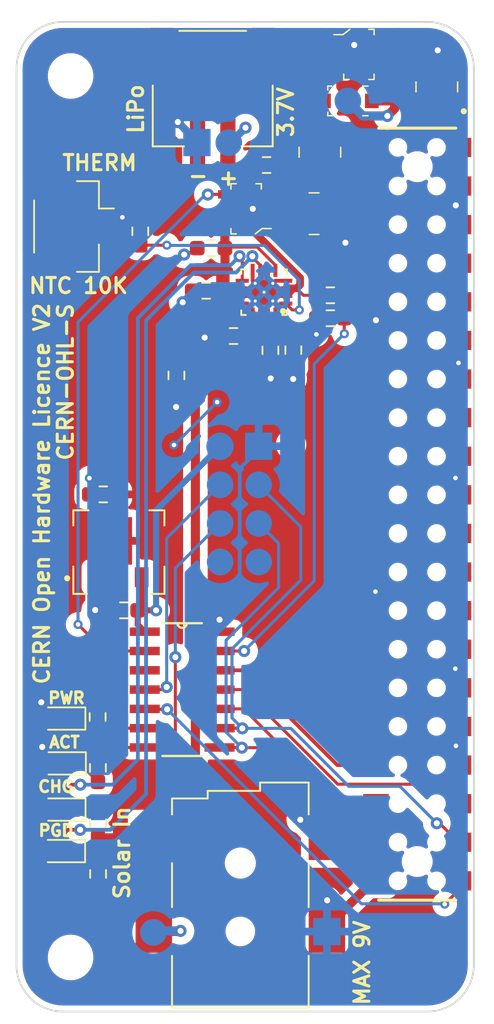
<source format=kicad_pcb>
(kicad_pcb (version 20221018) (generator pcbnew)
  (layers (0 "F.Cu" signal) (31 "B.Cu" signal) (34 "B.Paste" user) (35 "F.Paste" user) (36 "B.SilkS" user "B.Silkscreen") (37 "F.SilkS" user "F.Silkscreen") (38 "B.Mask" user) (39 "F.Mask" user) (44 "Edge.Cuts" user))
  (net 0 "")
  (net 1 "5v2RPi")
  (net 2 "GND")
  (net 3 "VccSolar")
  (net 4 "VccBattery")
  (net 5 "VccBQ")
  (net 6 "3v_to_ATtiny")
  (footprint "Resistor_SMD:R_0603_1608Metric_Pad0.98x0.95mm_HandSolder" (layer "F.Cu") (at 171.25 83.84)
    (fp_text reference "R1" hide)
    (fp_text value "10k" hide)
  )
  (footprint "" (layer "F.Cu") (at 170.73 109.96)
    (fp_text reference "" hide)
    (fp_text value "" hide)
  )
  (footprint "Fiducial:Fiducial_1mm_Mask2mm" (layer "F.Cu") (at 161.96 76.11)
    (fp_text reference "FID1" hide)
    (fp_text value "Fiducial_1mm_Mask2mm" hide)
  )
  (footprint "digikey-footprints:ATtiny84-SSFR" (layer "F.Cu") (at 165.6862 118.355)
    (fp_text reference "U1" hide)
    (fp_text value "ATtiny84-SSFR" hide)
  )
  (footprint "LED_SMD:LED_0603_1608Metric_Pad1.05x0.95mm_HandSolder" (layer "F.Cu") (at 157.635 128.98 180)
    (fp_text reference "D1" hide)
    (fp_text value "" hide)
  )
  (footprint "Fiducial:Fiducial_1mm_Mask2mm" (layer "F.Cu") (at 182.66 137.31)
    (fp_text reference "FID4" hide)
    (fp_text value "Fiducial_1mm_Mask2mm" hide)
  )
  (footprint "Resistor_SMD:R_0603_1608Metric_Pad0.98x0.95mm_HandSolder" (layer "F.Cu") (at 167.27 92.11)
    (fp_text reference "C1" hide)
    (fp_text value "10uf" hide)
  )
  (footprint "Resistor_SMD:R_0603_1608Metric_Pad0.98x0.95mm_HandSolder" (layer "F.Cu") (at 173.01 96.02 -90)
    (fp_text reference "R4" hide)
    (fp_text value "1.23k" hide)
  )
  (footprint "Resistor_SMD:R_0603_1608Metric_Pad0.98x0.95mm_HandSolder" (layer "F.Cu") (at 175.45 92.41)
    (fp_text reference "R1" hide)
    (fp_text value "10k" hide)
  )
  (footprint "digikey-kicad-library:AP2126-WG" (layer "F.Cu") (at 169.9 86.72 90)
    (fp_text reference "U4" hide)
    (fp_text value "AP2161-WG" hide)
  )
  (footprint "digikey-footprints:SMT_Solar_barrel" (layer "F.Cu") (at 163.82 128.17 90)
    (fp_text reference "J3" hide)
    (fp_text value "SMT_Solar_barrel" hide)
  )
  (footprint "Fiducial:Fiducial_1mm_Mask2mm" (layer "F.Cu") (at 156.48 82.99)
    (fp_text reference "FID3" hide)
    (fp_text value "Fiducial_1mm_Mask2mm" hide)
  )
  (footprint "Resistor_SMD:R_0603_1608Metric_Pad0.98x0.95mm_HandSolder" (layer "F.Cu") (at 175.45 93.92)
    (fp_text reference "R1" hide)
    (fp_text value "10k" hide)
  )
  (footprint "digikey-footprints:RPi_SMD" (layer "F.Cu") (at 169.135 106.33)
    (fp_text reference "REF**" hide)
    (fp_text value "RPi_SMD" hide)
    (fp_line (start -14.355 -28.85) (end -14.355 26.46) (stroke (width 0.12)) (layer "Edge.Cuts"))
    (fp_line (start -14.355 26.46) (end -14.355 30.15) (stroke (width 0.12)) (layer "Edge.Cuts"))
    (fp_line (start -7.855 -31.91) (end -11.295 -31.91) (stroke (width 0.12)) (layer "Edge.Cuts"))
    (fp_line (start 12.705 -31.91) (end -7.855 -31.91) (stroke (width 0.12)) (layer "Edge.Cuts"))
    (fp_line (start 12.705 33.21) (end -11.295 33.21) (stroke (width 0.12)) (layer "Edge.Cuts"))
    (fp_line (start 15.765 -28.85) (end 15.765 30.15) (stroke (width 0.12)) (layer "Edge.Cuts"))
    (fp_arc (start -14.355 -28.85) (mid -13.458747 -31.013747) (end -11.295 -31.91) (stroke (width 0.12)) (layer "Edge.Cuts"))
    (fp_arc (start -11.295 33.21) (mid -13.458747 32.313747) (end -14.355 30.15) (stroke (width 0.12)) (layer "Edge.Cuts"))
    (fp_arc (start 12.705 -31.91) (mid 14.868747 -31.013747) (end 15.765 -28.85) (stroke (width 0.12)) (layer "Edge.Cuts"))
    (fp_arc (start 15.765 30.15) (mid 14.868747 32.313747) (end 12.705 33.21) (stroke (width 0.12)) (layer "Edge.Cuts"))
  )
  (footprint "LOGO" (layer "F.Cu") (at 160.965646 95.101101 90)
    (fp_text reference "G***" hide)
    (fp_text value "LOGO" hide)
  )
  (footprint "Resistor_SMD:R_0603_1608Metric_Pad0.98x0.95mm_HandSolder" (layer "F.Cu") (at 167.59 89.31)
    (fp_text reference "C1" hide)
    (fp_text value "10uf" hide)
  )
  (footprint "digikey-kicad-library:1210" (layer "F.Cu") (at 174.77 82.995 90)
    (fp_text reference "L1" hide)
    (fp_text value "2.2 µH Shielded Inductor 2.5 A 90mOhm Max 1210" hide)
  )
  (footprint "Fiducial:Fiducial_1mm_Mask2mm" (layer "F.Cu") (at 173.57 76.11)
    (fp_text reference "FID2" hide)
    (fp_text value "Fiducial_1mm_Mask2mm" hide)
  )
  (footprint "digikey:JST_S2B-PH-SM4-TB(LF)(SN)" (layer "F.Cu") (at 167.7 82.26 180)
    (fp_text reference "J1" hide)
    (fp_text value "JST_S2B-PH-SM4-TB_LF__SN_" hide)
  )
  (footprint "Fiducial:Fiducial_1mm_Mask2mm" (layer "F.Cu") (at 174.93 90.27)
    (fp_text reference "FID7" hide)
    (fp_text value "Fiducial_1mm_Mask2mm" hide)
  )
  (footprint "" (layer "F.Cu") (at 168.19 107.42)
    (fp_text reference "" hide)
    (fp_text value "" hide)
  )
  (footprint "" (layer "F.Cu") (at 168.19 109.96)
    (fp_text reference "" hide)
    (fp_text value "" hide)
  )
  (footprint "" (layer "F.Cu") (at 168.76 82.37)
    (fp_text reference "" hide)
    (fp_text value "" hide)
  )
  (footprint "LED_SMD:LED_0603_1608Metric_Pad1.05x0.95mm_HandSolder" (layer "F.Cu") (at 157.6525 120.26 180)
    (fp_text reference "D1" hide)
    (fp_text value "" hide)
  )
  (footprint "digikey-kicad-library:1210" (layer "F.Cu") (at 174.375 87.05)
    (fp_text reference "C3" hide)
    (fp_text value "100uf 1210" hide)
  )
  (footprint "" (layer "F.Cu") (at 168.19 104.88)
    (fp_text reference "" hide)
    (fp_text value "" hide)
  )
  (footprint "" (layer "F.Cu") (at 170.73 107.42)
    (fp_text reference "" hide)
    (fp_text value "" hide)
  )
  (footprint "Fiducial:Fiducial_1mm_Mask2mm" (layer "F.Cu") (at 162.34 137.83)
    (fp_text reference "FID5" hide)
    (fp_text value "Fiducial_1mm_Mask2mm" hide)
  )
  (footprint "digikey-kicad-library:1210" (layer "F.Cu") (at 182.47 78.695 90)
    (fp_text reference "C3" hide)
    (fp_text value "100uf 1210" hide)
  )
  (footprint "Resistor_SMD:R_0603_1608Metric_Pad0.98x0.95mm_HandSolder" (layer "F.Cu") (at 165.31 97.6825 90)
    (fp_text reference "R4" hide)
    (fp_text value "1.18k" hide)
  )
  (footprint "LED_SMD:LED_0603_1608Metric_Pad1.05x0.95mm_HandSolder" (layer "F.Cu") (at 157.665 126.25 180)
    (fp_text reference "D1" hide)
    (fp_text value "" hide)
  )
  (footprint "digikey-kicad-library:SOD-123" (layer "F.Cu") (at 176.605 79.62 180)
    (fp_text reference "D2" hide)
    (fp_text value "Diode 60 V 2A Surface Mount SOD-123F" hide)
  )
  (footprint "Resistor_SMD:R_0603_1608Metric_Pad0.98x0.95mm_HandSolder" (layer "F.Cu") (at 161.85 113.14)
    (fp_text reference "C1" hide)
    (fp_text value "10uf" hide)
  )
  (footprint "LOGO" (layer "F.Cu") (at 172.86 105.75)
    (fp_text reference "G***" hide)
    (fp_text value "LOGO" hide)
  )
  (footprint "digikey-footprints:REG_MCP1700T-3602E_MB" (layer "F.Cu") (at 161.52 109.3075)
    (fp_text reference "U2" hide)
    (fp_text value "REG_MCP1700T-3602E/MB" hide)
  )
  (footprint "" (layer "F.Cu") (at 170.73 104.88)
    (fp_text reference "" hide)
    (fp_text value "" hide)
  )
  (footprint "Resistor_SMD:R_0603_1608Metric_Pad0.98x0.95mm_HandSolder" (layer "F.Cu") (at 160.49 105.51)
    (fp_text reference "C1" hide)
    (fp_text value "10uf" hide)
  )
  (footprint "Resistor_SMD:R_0603_1608Metric_Pad0.98x0.95mm_HandSolder" (layer "F.Cu") (at 160.12 120.1575 -90)
    (fp_text reference "R2" hide)
    (fp_text value "1k" hide)
  )
  (footprint "Resistor_SMD:R_0603_1608Metric_Pad0.98x0.95mm_HandSolder" (layer "F.Cu") (at 160.15 127.1525 -90)
    (fp_text reference "R2" hide)
    (fp_text value "1k" hide)
  )
  (footprint "Resistor_SMD:R_0603_1608Metric_Pad0.98x0.95mm_HandSolder" (layer "F.Cu") (at 160.15 130.4825 90)
    (fp_text reference "R2" hide)
    (fp_text value "1k" hide)
  )
  (footprint "Resistor_SMD:R_0603_1608Metric_Pad0.98x0.95mm_HandSolder" (layer "F.Cu") (at 169.07 95.09)
    (fp_text reference "C1" hide)
    (fp_text value "10uf" hide)
  )
  (footprint "digikey:bq2407" (layer "F.Cu") (at 171.08 92.205 90)
    (fp_text reference "U3" hide)
    (fp_text value "bq2407" hide)
  )
  (footprint "Fiducial:Fiducial_1mm_Mask2mm" (layer "F.Cu") (at 156.55 131.98)
    (fp_text reference "FID6" hide)
    (fp_text value "Fiducial_1mm_Mask2mm" hide)
  )
  (footprint "Resistor_SMD:R_0603_1608Metric_Pad0.98x0.95mm_HandSolder" (layer "F.Cu") (at 171.5 96.0325 -90)
    (fp_text reference "R1" hide)
    (fp_text value "10k" hide)
  )
  (footprint "LED_SMD:LED_0603_1608Metric_Pad1.05x0.95mm_HandSolder" (layer "F.Cu") (at 157.6875 123.21 180)
    (fp_text reference "D1" hide)
    (fp_text value "" hide)
  )
  (footprint "digikey-kicad-library:TPS613222A" (layer "F.Cu") (at 177.33 76.56 -90)
    (fp_text reference "U5" hide)
    (fp_text value "TPS613222A" hide)
  )
  (footprint "Fiducial:Fiducial_1mm_Mask2mm" (layer "F.Cu") (at 172.86 102.23)
    (fp_text reference "FID7" hide)
    (fp_text value "Fiducial_1mm_Mask2mm" hide)
  )
  (footprint "" (layer "F.Cu") (at 176.605 79.62)
    (fp_text reference "" hide)
    (fp_text value "" hide)
  )
  (footprint "" (layer "F.Cu") (at 166.66 82.36)
    (fp_text reference "")
    (fp_text value "")
  )
  (footprint "" (layer "F.Cu") (at 163.79 134.33)
    (fp_text reference "" hide)
    (fp_text value "" hide)
  )
  (footprint "Resistor_SMD:R_0603_1608Metric_Pad0.98x0.95mm_HandSolder" (layer "F.Cu") (at 162.93 88.2 90)
    (fp_text reference "R1" hide)
    (fp_text value "10k" hide)
  )
  (footprint "Resistor_SMD:R_0603_1608Metric_Pad0.98x0.95mm_HandSolder" (layer "F.Cu") (at 160.14 123.5075 -90)
    (fp_text reference "R2" hide)
    (fp_text value "1k" hide)
  )
  (footprint "digikey:JST_GH_SM02B-GHS-TB_1x02-1MP_P1.25mm_Horizontal" (layer "F.Cu") (at 158.496 87.884 -90)
    (fp_text reference "J2" hide)
    (fp_text value "JST_GH_SM02B-GHS-TB_1x02-1MP_P1.25mm_Horizontal" hide)
  )
  (footprint "digikey-footprints:Square_Test_Point_4_GPIO" (layer "B.Cu") (at 175.22 134.28 180)
    (fp_text reference "REF**" hide)
    (fp_text value "Round_TP" hide)
  )
  (footprint "digikey-footprints:Square_Test_Point_4_GPIO" (layer "B.Cu") (at 170.73 102.34 180)
    (fp_text reference "REF**" hide)
    (fp_text value "Round_TP" hide)
  )
  (footprint "digikey-footprints:Round_Test_Point_4_GPIO" (layer "B.Cu") (at 168.18 102.35 180)
    (fp_text reference "REF**" hide)
    (fp_text value "Round_TP" hide)
  )
  (gr_text "ACT" (at 156.83 122.26) (layer "F.SilkS") (effects (font (size 0.75 0.75) (thickness 0.1875) bold) (justify left bottom)))
  (gr_text "NTC 10K" (at 155.49 92.37) (layer "F.SilkS") (effects (font (size 1 1) (thickness 0.2) bold) (justify left bottom)))
  (gr_text "CHG\n" (at 156.1 125.18) (layer "F.SilkS") (effects (font (size 0.75 0.75) (thickness 0.1875) bold) (justify left bottom)))
  (gr_text "Solar In" (at 162.31 132.25 90) (layer "F.SilkS") (effects (font (size 1 1) (thickness 0.2) bold) (justify left bottom)))
  (gr_text "3.7V" (at 173.1 82.11 90) (layer "F.SilkS") (effects (font (size 1 1) (thickness 0.2) bold) (justify left bottom)))
  (gr_text "MAX 9V" (at 178.12 139.23 90) (layer "F.SilkS") (effects (font (size 1 1) (thickness 0.2) bold) (justify left bottom)))
  (gr_text "PGD" (at 156.13 128.07) (layer "F.SilkS") (effects (font (size 0.75 0.75) (thickness 0.1875) bold) (justify left bottom)))
  (gr_text "CERN Open Hardware Licence V2" (at 157.03 118.12 90) (layer "F.SilkS") (effects (font (size 1 1) (thickness 0.2) bold) (justify left bottom)))
  (gr_text "-" (at 165.99 85.11) (layer "F.SilkS") (effects (font (size 1 1) (thickness 0.2) bold) (justify left bottom)))
  (gr_text "LiPo" (at 163.22 81.88 90) (layer "F.SilkS") (effects (font (size 1 1) (thickness 0.2) bold) (justify left bottom)))
  (gr_text "THERM" (at 157.69 84.28) (layer "F.SilkS") (effects (font (size 1 1) (thickness 0.2) bold) (justify left bottom)))
  (gr_text "PWR" (at 156.77 119.35) (layer "F.SilkS") (effects (font (size 0.75 0.75) (thickness 0.1875) bold) (justify left bottom)))
  (gr_text "CERN-OHL-S" (at 158.59 103.39 90) (layer "F.SilkS") (effects (font (size 1 1) (thickness 0.2) bold) (justify left bottom)))
  (gr_text "+" (at 167.99 85.25) (layer "F.SilkS") (effects (font (size 1 1) (thickness 0.2) bold) (justify left bottom)))
  (segment (start 176.3625 93.92) (end 176.3625 94.9325) (width 0.2) (layer "F.Cu") (net 0))
  (segment (start 175.935 124.58) (end 182.61 124.58) (width 0.2) (layer "F.Cu") (net 0))
  (segment (start 160.295 120.895) (end 160.12 121.07) (width 0.2) (layer "F.Cu") (net 0))
  (segment (start 164.505 118.355) (end 164.67 118.19) (width 0.2) (layer "F.Cu") (net 0))
  (segment (start 171.25 87.67) (end 172.615 87.67) (width 0.7) (layer "F.Cu") (net 0))
  (segment (start 171.33 94.95) (end 171.5 95.12) (width 0.2) (layer "F.Cu") (net 0))
  (segment (start 173.23 87.05) (end 173.23 85.96) (width 0.5) (layer "F.Cu") (net 0))
  (segment (start 158.83 114.07) (end 160.575 115.815) (width 0.2) (layer "F.Cu") (net 0))
  (segment (start 171.25 84.7525) (end 171.25 85.77) (width 0.2) (layer "F.Cu") (net 0))
  (segment (start 163.2224 122.165) (end 164.415 122.165) (width 0.2) (layer "F.Cu") (net 0))
  (segment (start 160.12 119.245) (end 159.5425 119.245) (width 0.2) (layer "F.Cu") (net 0))
  (segment (start 170.31 89.8395) (end 170.31 89.911726) (width 0.2) (layer "F.Cu") (net 0))
  (segment (start 164.68 89.1125) (end 162.93 89.1125) (width 0.2) (layer "F.Cu") (net 0))
  (segment (start 177.33 125.43) (end 177.76 125.86) (width 0.2) (layer "F.Cu") (net 0))
  (segment (start 172.615 87.67) (end 173.235 87.05) (width 0.5) (layer "F.Cu") (net 0))
  (segment (start 183.89 130.94) (end 183.89 131.56) (width 0.2) (layer "F.Cu") (net 0))
  (segment (start 168.15 118.355) (end 169.65 118.355) (width 0.2) (layer "F.Cu") (net 0))
  (segment (start 173.23 85.96) (end 175.05 84.14) (width 0.7) (layer "F.Cu") (net 0))
  (segment (start 169.467973 89.8395) (end 169.645 90.016527) (width 0.2) (layer "F.Cu") (net 0))
  (segment (start 160.14 124.42) (end 159.085 123.365) (width 0.2) (layer "F.Cu") (net 0))
  (segment (start 169.62 119.625) (end 169.745 119.625) (width 0.2) (layer "F.Cu") (net 0))
  (segment (start 163.2224 122.165) (end 160.57 122.165) (width 0.2) (layer "F.Cu") (net 0))
  (segment (start 169.61 122.165) (end 169.62 122.175) (width 0.2) (layer "F.Cu") (net 0))
  (segment (start 170.985 122.175) (end 169.62 122.175) (width 0.2) (layer "F.Cu") (net 0))
  (segment (start 169.65 118.355) (end 169.68 118.325) (width 0.2) (layer "F.Cu") (net 0))
  (segment (start 158.16 127.58) (end 156.76 128.98) (width 0.25) (layer "F.Cu") (net 0))
  (segment (start 158.43 124.61) (end 156.79 126.25) (width 0.25) (layer "F.Cu") (net 0))
  (segment (start 176.3625 92.41) (end 176.3625 93.92) (width 0.2) (layer "F.Cu") (net 0))
  (segment (start 176.55 126.07) (end 178.45 127.97) (width 0.2) (layer "F.Cu") (net 0))
  (segment (start 169.745 119.625) (end 175.55 125.43) (width 0.2) (layer "F.Cu") (net 0))
  (segment (start 163.2474 119.65) (end 163.2224 119.625) (width 0.2) (layer "F.Cu") (net 0))
  (segment (start 167.39 85.77) (end 168.55 85.77) (width 0.2) (layer "F.Cu") (net 0))
  (segment (start 158.97 127.58) (end 158.16 127.58) (width 0.25) (layer "F.Cu") (net 0))
  (segment (start 169.645 90.016527) (end 169.645 91.455) (width 0.2) (layer "F.Cu") (net 0))
  (segment (start 163.2224 120.895) (end 160.295 120.895) (width 0.2) (layer "F.Cu") (net 0))
  (segment (start 165.24 121.34) (end 165.24 116.22) (width 0.2) (layer "F.Cu") (net 0))
  (segment (start 170.3375 83.84) (end 171.25 84.7525) (width 0.2) (layer "F.Cu") (net 0))
  (segment (start 175.555 75.61) (end 175.98 75.61) (width 0.6) (layer "F.Cu") (net 0))
  (segment (start 175.03 81.59) (end 174.77 81.85) (width 0.6) (layer "F.Cu") (net 0))
  (segment (start 167.21 94.16) (end 165.31 96.06) (width 0.2) (layer "F.Cu") (net 0))
  (segment (start 168.15 115.815) (end 169.77 115.815) (width 0.2) (layer "F.Cu") (net 0))
  (segment (start 158.785 130.03) (end 158.785 129.255) (width 0.2) (layer "F.Cu") (net 0))
  (segment (start 176.3625 94.9325) (end 176.37 94.94) (width 0.2) (layer "F.Cu") (net 0))
  (segment (start 160.57 122.165) (end 160.14 122.595) (width 0.2) (layer "F.Cu") (net 0))
  (segment (start 182.64 127.15) (end 183.89 128.4) (width 0.2) (layer "F.Cu") (net 0))
  (segment (start 178.45 127.97) (end 178.45 128.4) (width 0.2) (layer "F.Cu") (net 0))
  (segment (start 182.46 127.15) (end 182.64 127.15) (width 0.2) (layer "F.Cu") (net 0))
  (segment (start 174.88 126.07) (end 170.985 122.175) (width 0.2) (layer "F.Cu") (net 0))
  (segment (start 168.15 119.625) (end 169.62 119.625) (width 0.2) (layer "F.Cu") (net 0))
  (segment (start 176.55 126.07) (end 174.88 126.07) (width 0.2) (layer "F.Cu") (net 0))
  (segment (start 159.5425 119.245) (end 158.5275 120.26) (width 0.2) (layer "F.Cu") (net 0))
  (segment (start 175.03 79.62) (end 175.03 76.135) (width 0.6) (layer "F.Cu") (net 0))
  (segment (start 171.83 93.64) (end 171.83 93.82) (width 0.2) (layer "F.Cu") (net 0))
  (segment (start 168.15 120.895) (end 169.64 120.895) (width 0.2) (layer "F.Cu") (net 0))
  (segment (start 169.67 117.085) (end 175.905 123.32) (width 0.25) (layer "F.Cu") (net 0))
  (segment (start 177.76 125.86) (end 178.45 125.86) (width 0.2) (layer "F.Cu") (net 0))
  (segment (start 171.33 94.79) (end 171.45 94.91) (width 0.2) (layer "F.Cu") (net 0))
  (segment (start 171.33 93.64) (end 171.33 94.95) (width 0.2) (layer "F.Cu") (net 0))
  (segment (start 159.085 123.365) (end 158.575 123.365) (width 0.2) (layer "F.Cu") (net 0))
  (segment (start 171.83 93.82) (end 172.92 94.91) (width 0.2) (layer "F.Cu") (net 0))
  (segment (start 169.64 120.895) (end 169.65 120.905) (width 0.2) (layer "F.Cu") (net 0))
  (segment (start 168.15 122.165) (end 169.61 122.165) (width 0.2) (layer "F.Cu") (net 0))
  (segment (start 172.934878 93.374878) (end 172.515 92.955) (width 0.2) (layer "F.Cu") (net 0))
  (segment (start 168.44 94.16) (end 167.21 94.16) (width 0.2) (layer "F.Cu") (net 0))
  (segment (start 162.9225 89.12) (end 162.93 89.1125) (width 0.2) (layer "F.Cu") (net 0))
  (segment (start 158.785 130.03) (end 160.15 131.395) (width 0.2) (layer "F.Cu") (net 0))
  (segment (start 169.645 92.955) (end 168.44 94.16) (width 0.2) (layer "F.Cu") (net 0))
  (segment (start 169.62 119.625) (end 169.63 119.615) (width 0.2) (layer "F.Cu") (net 0))
  (segment (start 160.575 115.815) (end 163.2224 115.815) (width 0.2) (layer "F.Cu") (net 0))
  (segment (start 164.7 119.65) (end 163.2474 119.65) (width 0.2) (layer "F.Cu") (net 0))
  (segment (start 163.2224 118.355) (end 164.505 118.355) (width 0.2) (layer "F.Cu") (net 0))
  (segment (start 175.03 76.135) (end 175.555 75.61) (width 0.6) (layer "F.Cu") (net 0))
  (segment (start 171.33 94.9) (end 171.5 95.07) (width 0.2) (layer "F.Cu") (net 0))
  (segment (start 165.31 96.06) (end 165.31 96.77) (width 0.2) (layer "F.Cu") (net 0))
  (segment (start 175.55 125.43) (end 177.33 125.43) (width 0.2) (layer "F.Cu") (net 0))
  (segment (start 170.31 89.911726) (end 170.83 90.431726) (width 0.2) (layer "F.Cu") (net 0))
  (segment (start 175.905 123.32) (end 178.45 123.32) (width 0.25) (layer "F.Cu") (net 0))
  (segment (start 169.68 118.325) (end 175.935 124.58) (width 0.2) (layer "F.Cu") (net 0))
  (segment (start 158.785 129.255) (end 158.51 128.98) (width 0.2) (layer "F.Cu") (net 0))
  (segment (start 173.405122 93.374878) (end 172.934878 93.374878) (width 0.2) (layer "F.Cu") (net 0))
  (segment (start 170.83 90.431726) (end 170.83 90.77) (width 0.2) (layer "F.Cu") (net 0))
  (segment (start 171.33 93.64) (end 171.33 94.9) (width 0.2) (layer "F.Cu") (net 0))
  (segment (start 167.38 85.78) (end 167.39 85.77) (width 0.2) (layer "F.Cu") (net 0))
  (segment (start 182.61 124.58) (end 183.89 125.86) (width 0.2) (layer "F.Cu") (net 0))
  (segment (start 164.415 122.165) (end 165.24 121.34) (width 0.2) (layer "F.Cu") (net 0))
  (segment (start 158.98 124.61) (end 158.43 124.61) (width 0.25) (layer "F.Cu") (net 0))
  (segment (start 168.15 117.085) (end 169.67 117.085) (width 0.25) (layer "F.Cu") (net 0))
  (segment (start 175.03 79.62) (end 175.03 81.59) (width 0.6) (layer "F.Cu") (net 0))
  (segment (start 160.957 89.12) (end 162.9225 89.12) (width 0.2) (layer "F.Cu") (net 0))
  (segment (start 183.89 131.56) (end 182.98 132.47) (width 0.2) (layer "F.Cu") (net 0))
  (segment (start 160.957 89.12) (end 160.346 88.509) (width 0.2) (layer "F.Cu") (net 0))
  (segment (start 171.33 94.26) (end 171.37 94.3) (width 0) (layer "F.Cu") (net 0))
  (via (at 170.31 89.8395) (size 0.8) (drill 0.4) (layers "F.Cu" "B.Cu") (net 0))
  (via (at 158.83 114.07) (size 0.6) (drill 0.3) (layers "F.Cu" "B.Cu") (net 0))
  (via (at 182.46 127.15) (size 0.8) (drill 0.4) (layers "F.Cu" "B.Cu") (net 0))
  (via (at 165.24 116.22) (size 0.8) (drill 0.4) (layers "F.Cu" "B.Cu") (net 0))
  (via (at 167.38 85.78) (size 0.8) (drill 0.4) (layers "F.Cu" "B.Cu") (net 0))
  (via (at 169.62 122.175) (size 0.8) (drill 0.4) (layers "F.Cu" "B.Cu") (net 0))
  (via (at 164.68 89.1125) (size 0.6) (drill 0.3) (layers "F.Cu" "B.Cu") (net 0))
  (via (at 158.97 127.58) (size 0.8) (drill 0.4) (layers "F.Cu" "B.Cu") (net 0))
  (via (at 164.7 119.65) (size 0.8) (drill 0.4) (layers "F.Cu" "B.Cu") (net 0))
  (via (at 173.405122 93.374878) (size 0.6) (drill 0.3) (layers "F.Cu" "B.Cu") (net 0))
  (via (at 169.77 115.815) (size 0.8) (drill 0.4) (layers "F.Cu" "B.Cu") (net 0))
  (via (at 158.98 124.61) (size 0.8) (drill 0.4) (layers "F.Cu" "B.Cu") (net 0))
  (via (at 176.37 94.94) (size 0.6) (drill 0.3) (layers "F.Cu" "B.Cu") (net 0))
  (via (at 169.467973 89.8395) (size 0.8) (drill 0.4) (layers "F.Cu" "B.Cu") (net 0))
  (via (at 164.67 118.19) (size 0.8) (drill 0.4) (layers "F.Cu" "B.Cu") (net 0))
  (via (at 169.65 120.905) (size 0.8) (drill 0.4) (layers "F.Cu" "B.Cu") (net 0))
  (via (at 182.98 132.47) (size 0.6) (drill 0.3) (layers "F.Cu" "B.Cu") (net 0))
  (segment (start 163.31 94.06) (end 163.31 125.23) (width 0.25) (layer "B.Cu") (net 0))
  (segment (start 169.77 115.815) (end 174.4 111.185) (width 0.2) (layer "B.Cu") (net 0))
  (segment (start 169.65 120.905) (end 169.65 120.9) (width 0.2) (layer "B.Cu") (net 0))
  (segment (start 168.877473 90.43) (end 166.25 90.43) (width 0.25) (layer "B.Cu") (net 0))
  (segment (start 173.5 107.65) (end 170.73 104.88) (width 0.2) (layer "B.Cu") (net 0))
  (segment (start 172.845 120.905) (end 169.65 120.905) (width 0.2) (layer "B.Cu") (net 0))
  (segment (start 164.68 89.1125) (end 164.6975 89.13) (width 0.2) (layer "B.Cu") (net 0))
  (segment (start 169.467973 89.8395) (end 168.877473 90.43) (width 0.25) (layer "B.Cu") (net 0))
  (segment (start 168.58 121.15) (end 168.58 115.11) (width 0.2) (layer "B.Cu") (net 0))
  (segment (start 168.58 115.11) (end 172.04 111.65) (width 0.2) (layer "B.Cu") (net 0))
  (segment (start 174.39 96.92) (end 176.37 94.94) (width 0.2) (layer "B.Cu") (net 0))
  (segment (start 158.83 94.17) (end 158.83 114.07) (width 0.2) (layer "B.Cu") (net 0))
  (segment (start 162.77 93.91) (end 162.77 122.9525) (width 0.25) (layer "B.Cu") (net 0))
  (segment (start 182.96 132.45) (end 182.98 132.47) (width 0.2) (layer "B.Cu") (net 0))
  (segment (start 165.24 110.37) (end 168.19 107.42) (width 0.2) (layer "B.Cu") (net 0))
  (segment (start 169.2395 90.91) (end 166.46 90.91) (width 0.25) (layer "B.Cu") (net 0))
  (segment (start 172.04 111.65) (end 172.04 108.73) (width 0.2) (layer "B.Cu") (net 0))
  (segment (start 161.1125 124.61) (end 158.98 124.61) (width 0.25) (layer "B.Cu") (net 0))
  (segment (start 174.39 111.175) (end 174.39 96.92) (width 0.2) (layer "B.Cu") (net 0))
  (segment (start 167.22 85.78) (end 158.83 94.17) (width 0.2) (layer "B.Cu") (net 0))
  (segment (start 164.6975 89.13) (end 171.11 89.13) (width 0.2) (layer "B.Cu") (net 0))
  (segment (start 166.46 90.91) (end 163.31 94.06) (width 0.25) (layer "B.Cu") (net 0))
  (segment (start 169.605 122.175) (end 168.58 121.15) (width 0.2) (layer "B.Cu") (net 0))
  (segment (start 165.24 116.22) (end 165.24 110.37) (width 0.2) (layer "B.Cu") (net 0))
  (segment (start 169.62 122.175) (end 169.605 122.175) (width 0.2) (layer "B.Cu") (net 0))
  (segment (start 169.62 122.175) (end 169.985 122.175) (width 0.2) (layer "B.Cu") (net 0))
  (segment (start 177.5 132.45) (end 182.96 132.45) (width 0.2) (layer "B.Cu") (net 0))
  (segment (start 182.46 127.15) (end 180.03 124.72) (width 0.2) (layer "B.Cu") (net 0))
  (segment (start 173.405122 91.425122) (end 173.405122 93.374878) (width 0.2) (layer "B.Cu") (net 0))
  (segment (start 164.67 118.19) (end 164.67 108.4) (width 0.2) (layer "B.Cu") (net 0))
  (segment (start 168.97 115.68) (end 173.5 111.15) (width 0.2) (layer "B.Cu") (net 0))
  (segment (start 176.66 124.72) (end 172.845 120.905) (width 0.2) (layer "B.Cu") (net 0))
  (segment (start 174.4 111.185) (end 174.39 111.175) (width 0.2) (layer "B.Cu") (net 0))
  (segment (start 167.38 85.78) (end 167.22 85.78) (width 0.2) (layer "B.Cu") (net 0))
  (segment (start 166.25 90.43) (end 162.77 93.91) (width 0.25) (layer "B.Cu") (net 0))
  (segment (start 173.5 111.15) (end 173.5 107.65) (width 0.2) (layer "B.Cu") (net 0))
  (segment (start 164.67 108.4) (end 168.19 104.88) (width 0.2) (layer "B.Cu") (net 0))
  (segment (start 170.73 107.42) (end 172.04 108.73) (width 0.2) (layer "B.Cu") (net 0))
  (segment (start 169.65 120.9) (end 168.97 120.22) (width 0.2) (layer "B.Cu") (net 0))
  (segment (start 170.31 89.8395) (end 169.2395 90.91) (width 0.25) (layer "B.Cu") (net 0))
  (segment (start 169.65 120.905) (end 169.665 120.905) (width 0.2) (layer "B.Cu") (net 0))
  (segment (start 162.77 122.9525) (end 161.1125 124.61) (width 0.25) (layer "B.Cu") (net 0))
  (segment (start 160.96 127.58) (end 158.97 127.58) (width 0.25) (layer "B.Cu") (net 0))
  (segment (start 171.11 89.13) (end 173.405122 91.425122) (width 0.2) (layer "B.Cu") (net 0))
  (segment (start 168.97 120.22) (end 168.97 115.68) (width 0.2) (layer "B.Cu") (net 0))
  (segment (start 163.31 125.23) (end 160.96 127.58) (width 0.25) (layer "B.Cu") (net 0))
  (segment (start 180.03 124.72) (end 176.66 124.72) (width 0.2) (layer "B.Cu") (net 0))
  (segment (start 164.7 119.65) (end 177.5 132.45) (width 0.2) (layer "B.Cu") (net 0))
  (segment (start 180.39 79.62) (end 180.61 79.84) (width 0.5) (layer "F.Cu") (net 1))
  (segment (start 178.68 77.91) (end 178.68 77.51) (width 0.6) (layer "F.Cu") (net 1))
  (segment (start 179.67 79.62) (end 180.39 79.62) (width 0.6) (layer "F.Cu") (net 1))
  (segment (start 179.2 80.61) (end 179.68 80.13) (width 0.6) (layer "F.Cu") (net 1))
  (segment (start 182.47 79.84) (end 180.61 79.84) (width 0.6) (layer "F.Cu") (net 1))
  (segment (start 179.615 78.845) (end 178.68 77.91) (width 0.6) (layer "F.Cu") (net 1))
  (segment (start 182.74 80.11) (end 182.47 79.84) (width 0.6) (layer "F.Cu") (net 1))
  (segment (start 178.18 79.62) (end 179.67 79.62) (width 0.6) (layer "F.Cu") (net 1))
  (segment (start 183.89 82.26) (end 183.89 82.68) (width 0.6) (layer "F.Cu") (net 1))
  (segment (start 182.74 81.11) (end 183.89 82.26) (width 0.7) (layer "F.Cu") (net 1))
  (segment (start 182.74 81.11) (end 182.74 80.11) (width 0.7) (layer "F.Cu") (net 1))
  (segment (start 182.74 81.11) (end 182.74 80.85) (width 0.7) (layer "F.Cu") (net 1))
  (segment (start 179.68 80.13) (end 179.68 79.63) (width 0.6) (layer "F.Cu") (net 1))
  (segment (start 179.615 78.845) (end 180.61 79.84) (width 0.6) (layer "F.Cu") (net 1))
  (via (at 179.2 80.61) (size 0.8) (drill 0.4) (layers "F.Cu" "B.Cu") (net 1))
  (segment (start 177.595 80.61) (end 176.605 79.62) (width 0.6) (layer "B.Cu") (net 1))
  (segment (start 179.2 80.61) (end 177.595 80.61) (width 0.6) (layer "B.Cu") (net 1))
  (segment (start 160.367 87.28) (end 160.346 87.259) (width 0.2) (layer "F.Cu") (net 2))
  (segment (start 165.72 92.87) (end 165.91 92.87) (width 0.25) (layer "F.Cu") (net 2))
  (segment (start 183.72 123.15) (end 183.89 123.32) (width 0.2) (layer "F.Cu") (net 2))
  (segment (start 170.33 91.455) (end 170.5 91.625) (width 0.25) (layer "F.Cu") (net 2))
  (segment (start 175.98 76.56) (end 176.4 76.56) (width 0.25) (layer "F.Cu") (net 2))
  (segment (start 172.515 91.455) (end 171.83 91.455) (width 0.25) (layer "F.Cu") (net 2))
  (segment (start 183.69 104.43) (end 183.69 105.34) (width 0.6) (layer "F.Cu") (net 2))
  (segment (start 173.01 97.9095) (end 173 97.9195) (width 0.2) (layer "F.Cu") (net 2))
  (segment (start 165.91 92.87) (end 166.64 92.14) (width 0.25) (layer "F.Cu") (net 2))
  (segment (start 159.5775 105.51) (end 159.5775 104.4425) (width 0.2) (layer "F.Cu") (net 2))
  (segment (start 168.0575 95.19) (end 168.1575 95.09) (width 0.25) (layer "F.Cu") (net 2))
  (segment (start 182.52 77.5) (end 182.47 77.55) (width 0.2) (layer "F.Cu") (net 2))
  (segment (start 160.02 113.06) (end 159.96 113.12) (width 0.4) (layer "F.Cu") (net 2))
  (segment (start 170.3 86.74) (end 170.31 86.75) (width 0.2) (layer "F.Cu") (net 2))
  (segment (start 174.5375 93.92) (end 174.5375 94.975) (width 0.2) (layer "F.Cu") (net 2))
  (segment (start 165.82 89.7295) (end 166.1005 89.7295) (width 0.2) (layer "F.Cu") (net 2))
  (segment (start 175.22 132.24) (end 175.24 132.22) (width 0.5) (layer "F.Cu") (net 2))
  (segment (start 156.41 119.19) (end 156.41 119.8925) (width 0.25) (layer "F.Cu") (net 2))
  (segment (start 161.7575 87.2875) (end 161.75 87.28) (width 0.2) (layer "F.Cu") (net 2))
  (segment (start 171.52 97.882) (end 171.52 96.965) (width 0.2) (layer "F.Cu") (net 2))
  (segment (start 183.71 86.49) (end 183.71 87.58) (width 0.2) (layer "F.Cu") (net 2))
  (segment (start 171.33 91.295) (end 171.33 90.77) (width 0.25) (layer "F.Cu") (net 2))
  (segment (start 156.47 122.13) (end 156.83 122.49) (width 0.25) (layer "F.Cu") (net 2))
  (segment (start 183.71 87.58) (end 183.89 87.76) (width 0.2) (layer "F.Cu") (net 2))
  (segment (start 166.65 82.26) (end 165.4 81.01) (width 0.5) (layer "F.Cu") (net 2))
  (segment (start 176.4 76.56) (end 177.02 75.94) (width 0.25) (layer "F.Cu") (net 2))
  (segment (start 166.1005 89.7295) (end 166.49 89.34) (width 0.2) (layer "F.Cu") (net 2))
  (segment (start 175.525 88.035) (end 175.525 86.33) (width 0.4) (layer "F.Cu") (net 2))
  (segment (start 156.83 122.49) (end 156.83 123.36) (width 0.25) (layer "F.Cu") (net 2))
  (segment (start 178.45 111.94) (end 178.42 111.91) (width 0.2) (layer "F.Cu") (net 2))
  (segment (start 174.5375 94.975) (end 174.53 94.9825) (width 0) (layer "F.Cu") (net 2))
  (segment (start 175.22 128.17) (end 177.99 130.94) (width 0.6) (layer "F.Cu") (net 2))
  (segment (start 176.44 88.95) (end 175.525 88.035) (width 0.4) (layer "F.Cu") (net 2))
  (segment (start 183.89 96.86) (end 183.89 97.92) (width 0.2) (layer "F.Cu") (net 2))
  (segment (start 173.01 96.9325) (end 173.01 97.9095) (width 0.2) (layer "F.Cu") (net 2))
  (segment (start 159.5775 104.4425) (end 159.58 104.44) (width 0.2) (layer "F.Cu") (net 2))
  (segment (start 183.68 116.98) (end 183.68 118.03) (width 0.2) (layer "F.Cu") (net 2))
  (segment (start 166.5 82.1) (end 166.65 82.25) (width 0.2) (layer "F.Cu") (net 2))
  (segment (start 178.45 113.16) (end 178.45 111.94) (width 0.5) (layer "F.Cu") (net 2))
  (segment (start 165.31 98.595) (end 165.31 99.74) (width 0.2) (layer "F.Cu") (net 2))
  (segment (start 174.72 128.17) (end 173.47 126.92) (width 0.6) (layer "F.Cu") (net 2))
  (segment (start 171.52 96.965) (end 171.5 96.945) (width 0.2) (layer "F.Cu") (net 2))
  (segment (start 183.68 118.03) (end 183.89 118.24) (width 0.2) (layer "F.Cu") (net 2))
  (segment (start 170.33 90.77) (end 170.33 91.455) (width 0.25) (layer "F.Cu") (net 2))
  (segment (start 166.7 82.26) (end 166.65 82.26) (width 0.2) (layer "F.Cu") (net 2))
  (segment (start 178.45 94.05) (end 178.45 92.84) (width 0.2) (layer "F.Cu") (net 2))
  (segment (start 171.83 91.455) (end 171.66 91.625) (width 0.25) (layer "F.Cu") (net 2))
  (segment (start 160.02 110.9575) (end 160.02 113.06) (width 0.4) (layer "F.Cu") (net 2))
  (segment (start 162.93 87.2875) (end 161.7575 87.2875) (width 0.2) (layer "F.Cu") (net 2))
  (segment (start 168.15 113.755) (end 168.15 114.545) (width 0.5) (layer "F.Cu") (net 2))
  (segment (start 178.265 130.94) (end 178.01 130.94) (width 0.6) (layer "F.Cu") (net 2))
  (segment (start 175.22 133.985) (end 178.265 130.94) (width 0.6) (layer "F.Cu") (net 2))
  (segment (start 175.22 128.17) (end 174.72 128.17) (width 0.6) (layer "F.Cu") (net 2))
  (segment (start 183.72 122.06) (end 183.72 123.15) (width 0.2) (layer "F.Cu") (net 2))
  (segment (start 183.69 105.34) (end 183.89 105.54) (width 0.2) (layer "F.Cu") (net 2))
  (segment (start 171.66 91.625) (end 171.33 91.295) (width 0.25) (layer "F.Cu") (net 2))
  (segment (start 175.22 134.27) (end 175.22 133.985) (width 0.5) (layer "F.Cu") (net 2))
  (segment (start 165.31 99.74) (end 165.29 99.76) (width 0.2) (layer "F.Cu") (net 2))
  (segment (start 171.33 91.955) (end 171.08 92.205) (width 0.25) (layer "F.Cu") (net 2))
  (segment (start 182.52 76.290498) (end 182.52 77.5) (width 0.4) (layer "F.Cu") (net 2))
  (segment (start 167.17 95.19) (end 168.0575 95.19) (width 0.25) (layer "F.Cu") (net 2))
  (segment (start 159.96 113.12) (end 160.9175 113.12) (width 0.4) (layer "F.Cu") (net 2))
  (segment (start 160.9175 113.12) (end 160.9375 113.14) (width 0.4) (layer "F.Cu") (net 2))
  (segment (start 156.41 119.8925) (end 156.7775 120.26) (width 0.25) (layer "F.Cu") (net 2))
  (segment (start 161.75 87.28) (end 160.367 87.28) (width 0.2) (layer "F.Cu") (net 2))
  (segment (start 170.83 93.115) (end 170.5 92.785) (width 0.25) (layer "F.Cu") (net 2))
  (segment (start 170.31 86.75) (end 171.21 86.75) (width 0.5) (layer "F.Cu") (net 2))
  (segment (start 177.99 130.94) (end 178.265 130.94) (width 0.6) (layer "F.Cu") (net 2))
  (segment (start 170.83 93.64) (end 170.83 93.115) (width 0.25) (layer "F.Cu") (net 2))
  (segment (start 175.22 134.27) (end 175.22 132.24) (width 0.5) (layer "F.Cu") (net 2))
  (via (at 183.72 122.06) (size 0.6) (drill 0.3) (layers "F.Cu" "B.Cu") (net 2))
  (via (at 165.72 92.87) (size 0.8) (drill 0.4) (layers "F.Cu" "B.Cu") (net 2))
  (via (at 159.96 113.12) (size 0.8) (drill 0.4) (layers "F.Cu" "B.Cu") (net 2))
  (via (at 165.29 99.76) (size 0.8) (drill 0.4) (layers "F.Cu" "B.Cu") (net 2))
  (via (at 156.41 119.19) (size 0.8) (drill 0.4) (layers "F.Cu" "B.Cu") (net 2))
  (via (at 171.52 97.882) (size 0.8) (drill 0.4) (layers "F.Cu" "B.Cu") (net 2))
  (via (at 156.47 122.13) (size 0.8) (drill 0.4) (layers "F.Cu" "B.Cu") (net 2))
  (via (at 178.42 111.91) (size 0.6) (drill 0.3) (layers "F.Cu" "B.Cu") (net 2))
  (via (at 173 97.9195) (size 0.8) (drill 0.4) (layers "F.Cu" "B.Cu") (net 2))
  (via (at 167.17 95.19) (size 0.8) (drill 0.4) (layers "F.Cu" "B.Cu") (net 2))
  (via (at 176.44 88.95) (size 0.8) (drill 0.4) (layers "F.Cu" "B.Cu") (net 2))
  (via (at 183.89 96.86) (size 0.6) (drill 0.3) (layers "F.Cu" "B.Cu") (net 2))
  (via (at 161.75 87.28) (size 0.6) (drill 0.3) (layers "F.Cu" "B.Cu") (net 2))
  (via (at 165.4 81.01) (size 0.8) (drill 0.4) (layers "F.Cu" "B.Cu") (net 2))
  (via (at 174.53 94.9825) (size 0.6) (drill 0.3) (layers "F.Cu" "B.Cu") (net 2))
  (via (at 159.58 104.44) (size 0.6) (drill 0.3) (layers "F.Cu" "B.Cu") (net 2))
  (via (at 178.45 94.05) (size 0.8) (drill 0.4) (layers "F.Cu" "B.Cu") (net 2))
  (via (at 173.47 126.92) (size 0.8) (drill 0.4) (layers "F.Cu" "B.Cu") (net 2))
  (via (at 182.52 76.290498) (size 0.8) (drill 0.4) (layers "F.Cu" "B.Cu") (net 2))
  (via (at 177.02 75.94) (size 0.8) (drill 0.4) (layers "F.Cu" "B.Cu") (net 2))
  (via (at 183.71 86.49) (size 0.8) (drill 0.4) (layers "F.Cu" "B.Cu") (net 2))
  (via (at 175.24 132.22) (size 0.8) (drill 0.4) (layers "F.Cu" "B.Cu") (net 2))
  (via (at 183.69 104.43) (size 0.6) (drill 0.3) (layers "F.Cu" "B.Cu") (net 2))
  (via (at 168.15 113.755) (size 0.8) (drill 0.4) (layers "F.Cu" "B.Cu") (net 2))
  (via (at 183.68 116.98) (size 0.6) (drill 0.3) (layers "F.Cu" "B.Cu") (net 2))
  (via (at 165.82 89.7295) (size 0.8) (drill 0.4) (layers "F.Cu" "B.Cu") (net 2))
  (via (at 170.34 86.72) (size 0.8) (drill 0.4) (layers "F.Cu" "B.Cu") (net 2))
  (segment (start 175.24 132.22) (end 175.24 134.26) (width 0.5) (layer "B.Cu") (net 2))
  (segment (start 170.73 102.56) (end 169.48 103.81) (width 0.25) (layer "B.Cu") (net 2))
  (segment (start 170.73 102.34) (end 170.73 102.56) (width 0.25) (layer "B.Cu") (net 2))
  (segment (start 170.5 92.785) (end 171.08 92.205) (width 0.25) (layer "B.Cu") (net 2))
  (segment (start 166.66 82.36) (end 166.66 82.27) (width 0.2) (layer "B.Cu") (net 2))
  (segment (start 171.66 91.625) (end 171.08 92.205) (width 0.25) (layer "B.Cu") (net 2))
  (segment (start 169.48 112.425) (end 168.15 113.755) (width 0.25) (layer "B.Cu") (net 2))
  (segment (start 169.48 103.81) (end 169.48 112.425) (width 0.25) (layer "B.Cu") (net 2))
  (segment (start 175.24 134.26) (end 175.22 134.28) (width 0.5) (layer "B.Cu") (net 2))
  (segment (start 166.66 82.27) (end 165.4 81.01) (width 0.5) (layer "B.Cu") (net 2))
  (segment (start 171.08 92.205) (end 171.66 92.785) (width 0.25) (layer "B.Cu") (net 2))
  (segment (start 171.08 92.205) (end 170.5 91.625) (width 0.25) (layer "B.Cu") (net 2))
  (segment (start 163.82 128.17) (end 163.82 134.27) (width 0.6) (layer "F.Cu") (net 3))
  (segment (start 170.05 93.93) (end 169.9825 93.9975) (width 0.2) (layer "F.Cu") (net 3))
  (segment (start 165.54 134.27) (end 165.58 134.23) (width 0.6) (layer "F.Cu") (net 3))
  (segment (start 166.56 125.43) (end 163.82 128.17) (width 0.6) (layer "F.Cu") (net 3))
  (segment (start 163.82 134.27) (end 165.54 134.27) (width 0.6) (layer "F.Cu") (net 3))
  (segment (start 166.56 98.5125) (end 166.56 125.43) (width 0.6) (layer "F.Cu") (net 3))
  (segment (start 170.05 93.92) (end 170.05 93.93) (width 0.2) (layer "F.Cu") (net 3))
  (segment (start 169.9825 95.09) (end 166.56 98.5125) (width 0.6) (layer "F.Cu") (net 3))
  (segment (start 169.9825 93.9975) (end 169.9825 95.09) (width 0.6) (layer "F.Cu") (net 3))
  (segment (start 170.33 93.64) (end 170.05 93.92) (width 0.5) (layer "F.Cu") (net 3))
  (via (at 165.58 134.23) (size 0.8) (drill 0.4) (layers "F.Cu" "B.Cu") (net 3))
  (segment (start 163.89 134.23) (end 163.79 134.33) (width 0.6) (layer "B.Cu") (net 3))
  (segment (start 165.58 134.23) (end 163.89 134.23) (width 0.6) (layer "B.Cu") (net 3))
  (segment (start 174.4975 92.41) (end 173.676 92.41) (width 0.2) (layer "F.Cu") (net 4))
  (segment (start 173.46 91.27) (end 169.71 87.52) (width 0.5) (layer "F.Cu") (net 4))
  (segment (start 172.515 91.955) (end 173.221 91.955) (width 0.5) (layer "F.Cu") (net 4))
  (segment (start 168.98 82.26) (end 169.86 81.38) (width 0.5) (layer "F.Cu") (net 4))
  (segment (start 169.55 85.27) (end 169.55 87.36) (width 0.5) (layer "F.Cu") (net 4))
  (segment (start 168.631396 83.9) (end 168.52 83.9) (width 0.2) (layer "F.Cu") (net 4))
  (segment (start 169.55 87.36) (end 169.71 87.52) (width 0.5) (layer "F.Cu") (net 4))
  (segment (start 172.871 92.099) (end 172.515 92.455) (width 0.5) (layer "F.Cu") (net 4))
  (segment (start 168.7 82.26) (end 168.7 84.42) (width 0.5) (layer "F.Cu") (net 4))
  (segment (start 173.015 91.955) (end 172.871 92.099) (width 0.5) (layer "F.Cu") (net 4))
  (segment (start 173.46 91.716) (end 173.46 91.27) (width 0.5) (layer "F.Cu") (net 4))
  (segment (start 173.221 91.955) (end 173.46 91.716) (width 0.5) (layer "F.Cu") (net 4))
  (segment (start 173.221 91.955) (end 173.015 91.955) (width 0.5) (layer "F.Cu") (net 4))
  (segment (start 168.7 82.26) (end 168.98 82.26) (width 0.5) (layer "F.Cu") (net 4))
  (segment (start 173.676 92.41) (end 173.221 91.955) (width 0.2) (layer "F.Cu") (net 4))
  (segment (start 168.7 84.42) (end 169.55 85.27) (width 0.5) (layer "F.Cu") (net 4))
  (via (at 169.86 81.38) (size 0.8) (drill 0.4) (layers "F.Cu" "B.Cu") (net 4))
  (segment (start 169.86 81.38) (end 168.87 82.37) (width 0.5) (layer "B.Cu") (net 4))
  (segment (start 168.87 82.37) (end 168.76 82.37) (width 0.2) (layer "B.Cu") (net 4))
  (segment (start 168.535 91.955) (end 168.35 92.14) (width 0.25) (layer "F.Cu") (net 5))
  (segment (start 168.5025 87.7175) (end 168.55 87.67) (width 0.4) (layer "F.Cu") (net 5))
  (segment (start 168.63 89.24) (end 168.51 89.36) (width 0.2) (layer "F.Cu") (net 5))
  (segment (start 168.51 91.93) (end 168.535 91.955) (width 0.25) (layer "F.Cu") (net 5))
  (segment (start 171.83 90.77) (end 171.83 90.431726) (width 0.2) (layer "F.Cu") (net 5))
  (segment (start 169.645 91.955) (end 168.535 91.955) (width 0.5) (layer "F.Cu") (net 5))
  (segment (start 168.51 89.3175) (end 168.5025 89.31) (width 0.5) (layer "F.Cu") (net 5))
  (segment (start 168.51 91.93) (end 168.51 89.3175) (width 0.6) (layer "F.Cu") (net 5))
  (segment (start 161.52 108.57) (end 161.52 110.87) (width 0.5) (layer "F.Cu") (net 5))
  (segment (start 161.68 108.03) (end 161.68 109.83) (width 0.4) (layer "F.Cu") (net 5))
  (segment (start 168.5025 89.31) (end 168.5025 87.7175) (width 0.6) (layer "F.Cu") (net 5))
  (segment (start 161.41 99.02) (end 168.29 92.14) (width 0.4) (layer "F.Cu") (net 5))
  (segment (start 171.83 90.431726) (end 170.638274 89.24) (width 0.2) (layer "F.Cu") (net 5))
  (segment (start 170.638274 89.24) (end 168.63 89.24) (width 0.2) (layer "F.Cu") (net 5))
  (segment (start 161.41 99.02) (end 161.41 107) (width 0.4) (layer "F.Cu") (net 5))
  (segment (start 169.645 91.955) (end 169.645 92.455) (width 0.5) (layer "F.Cu") (net 5))
  (segment (start 168.665 92.455) (end 168.35 92.14) (width 0.5) (layer "F.Cu") (net 5))
  (segment (start 161.43 105.89) (end 161.43 106.81) (width 0.25) (layer "F.Cu") (net 5))
  (segment (start 168.29 92.14) (end 168.35 92.14) (width 0.4) (layer "F.Cu") (net 5))
  (segment (start 169.645 92.455) (end 168.665 92.455) (width 0.5) (layer "F.Cu") (net 5))
  (segment (start 161.42 105.88) (end 161.43 105.89) (width 0.25) (layer "F.Cu") (net 5))
  (via (at 165.15 102.26) (size 0.6) (drill 0.3) (layers "F.Cu" "B.Cu") (net 5))
  (via (at 167.99 99.44) (size 0.6) (drill 0.3) (layers "F.Cu" "B.Cu") (net 5))
  (segment (start 165.17 102.26) (end 165.15 102.26) (width 0.2) (layer "B.Cu") (net 5))
  (segment (start 167.99 99.44) (end 165.17 102.26) (width 0.2) (layer "B.Cu") (net 5))
  (segment (start 163.02 113.02) (end 162.96 113.08) (width 0.2) (layer "F.Cu") (net 6))
  (segment (start 162.7625 113.14) (end 163.97 113.14) (width 0.4) (layer "F.Cu") (net 6))
  (segment (start 162.7625 114.0851) (end 163.2224 114.545) (width 0.4) (layer "F.Cu") (net 6))
  (segment (start 163.02 110.9575) (end 163.02 112.8825) (width 0.4) (layer "F.Cu") (net 6))
  (segment (start 163.02 112.8825) (end 162.7625 113.14) (width 0.4) (layer "F.Cu") (net 6))
  (segment (start 162.7625 113.14) (end 162.7625 114.0851) (width 0.4) (layer "F.Cu") (net 6))
  (via (at 163.97 113.14) (size 0.8) (drill 0.4) (layers "F.Cu" "B.Cu") (net 6))
  (segment (start 163.97 113.14) (end 163.97 106.56) (width 0.4) (layer "B.Cu") (net 6))
  (segment (start 163.97 106.56) (end 168.18 102.35) (width 0.4) (layer "B.Cu") (net 6))
  (zone (net 5) (net_name "VccBQ") (layer "F.Cu") (connect_pads (clearance 0.508)) (min_thickness 0.254) (fill yes (thermal_gap 0.508) (thermal_bridge_width 0.508))
    (polygon (pts (xy 185.44 79.01) (xy 185.44 81.01) (xy 185.44 81.21) (xy 185.57 140.04) (xy 169.54 139.93) (xy 162.54 139.93) (xy 154.32 139.86) (xy 154.03 131.07) (xy 153.73 125.96) (xy 154.07 100.77) (xy 154.67 73.055) (xy 173.97 73.125) (xy 175.648652 73.125) (xy 185.53 73.18)))
  )
  (zone (net 2) (net_name "GND") (layer "B.Cu") (name "Gnd") (connect_pads (clearance 0.508)) (min_thickness 0.254) (fill yes (thermal_gap 0.508) (thermal_bridge_width 0.508))
    (polygon (pts (xy 186.23 140.38) (xy 153.76 140.12) (xy 153.69 72.98) (xy 185.49 73.16)))
  )
)
</source>
